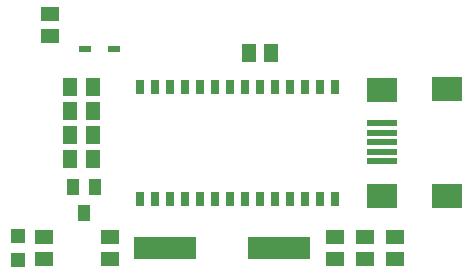
<source format=gbr>
G04 EAGLE Gerber RS-274X export*
G75*
%MOMM*%
%FSLAX34Y34*%
%LPD*%
%INSolderpaste Top*%
%IPPOS*%
%AMOC8*
5,1,8,0,0,1.08239X$1,22.5*%
G01*
%ADD10R,0.762000X1.270000*%
%ADD11R,5.334000X1.930400*%
%ADD12R,1.500000X1.300000*%
%ADD13R,1.300000X1.500000*%
%ADD14R,1.200000X1.200000*%
%ADD15R,1.600000X1.300000*%
%ADD16R,1.300000X1.600000*%
%ADD17R,1.000000X1.400000*%
%ADD18R,2.500000X2.000000*%
%ADD19R,2.500000X0.500000*%
%ADD20R,1.050000X0.500000*%


D10*
X323850Y244300D03*
X336550Y244300D03*
X349250Y244300D03*
X361950Y244300D03*
X374650Y244300D03*
X387350Y244300D03*
X400050Y244300D03*
X412750Y244300D03*
X425450Y244300D03*
X438150Y244300D03*
X425450Y339900D03*
X438150Y339900D03*
X450850Y339900D03*
X463550Y339900D03*
X476250Y339900D03*
X488950Y339900D03*
X488950Y244300D03*
X476250Y244300D03*
X463550Y244300D03*
X450850Y244300D03*
X412750Y339900D03*
X400050Y339900D03*
X387350Y339900D03*
X374650Y339900D03*
X361950Y339900D03*
X349250Y339900D03*
X336550Y339900D03*
X323850Y339900D03*
D11*
X441960Y203200D03*
X345440Y203200D03*
D12*
X514350Y212700D03*
X514350Y193700D03*
X539750Y212700D03*
X539750Y193700D03*
X488950Y212700D03*
X488950Y193700D03*
X298450Y212700D03*
X298450Y193700D03*
X247650Y401676D03*
X247650Y382676D03*
D13*
X415950Y368300D03*
X434950Y368300D03*
D14*
X220980Y213700D03*
X220980Y192700D03*
D15*
X242570Y193700D03*
X242570Y212700D03*
D16*
X284074Y298704D03*
X265074Y298704D03*
X265074Y318770D03*
X284074Y318770D03*
D13*
X265074Y339090D03*
X284074Y339090D03*
D16*
X265074Y278638D03*
X284074Y278638D03*
D17*
X276352Y232840D03*
X266852Y254840D03*
X285852Y254840D03*
D18*
X584268Y337608D03*
X584268Y247608D03*
X529268Y336608D03*
X529268Y247608D03*
D19*
X529268Y292608D03*
X529268Y284608D03*
X529268Y276608D03*
X529268Y300608D03*
X529268Y308608D03*
D20*
X277560Y371856D03*
X301560Y371856D03*
M02*

</source>
